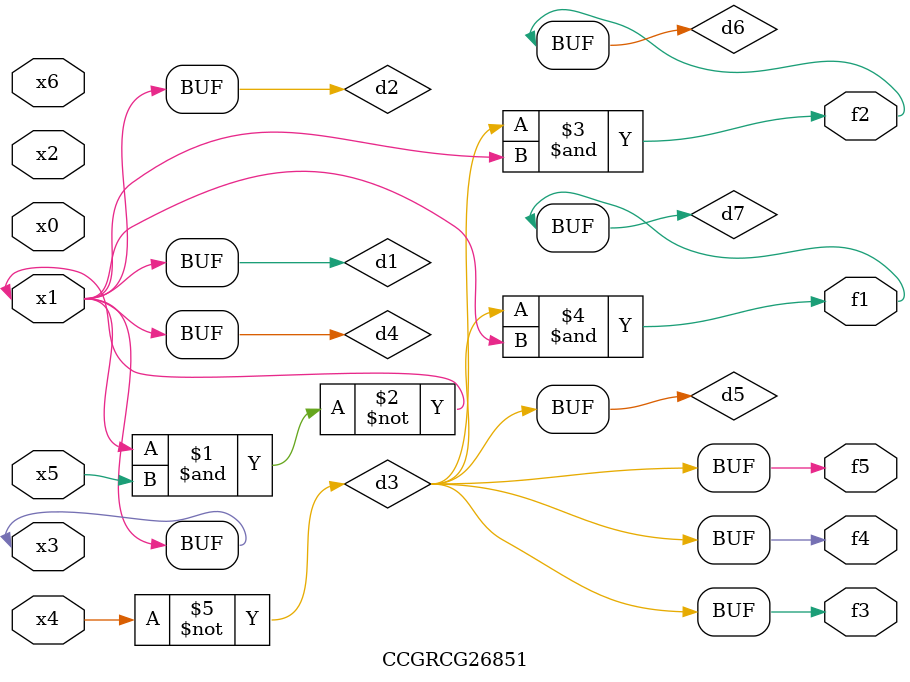
<source format=v>
module CCGRCG26851(
	input x0, x1, x2, x3, x4, x5, x6,
	output f1, f2, f3, f4, f5
);

	wire d1, d2, d3, d4, d5, d6, d7;

	buf (d1, x1, x3);
	nand (d2, x1, x5);
	not (d3, x4);
	buf (d4, d1, d2);
	buf (d5, d3);
	and (d6, d3, d4);
	and (d7, d3, d4);
	assign f1 = d7;
	assign f2 = d6;
	assign f3 = d5;
	assign f4 = d5;
	assign f5 = d5;
endmodule

</source>
